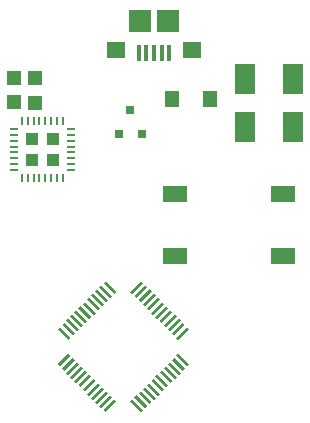
<source format=gbr>
G04 #@! TF.FileFunction,Paste,Top*
%FSLAX46Y46*%
G04 Gerber Fmt 4.6, Leading zero omitted, Abs format (unit mm)*
G04 Created by KiCad (PCBNEW 4.0.1-3.201512221402+6198~38~ubuntu14.04.1-stable) date Mon 04 Jan 2016 12:08:05 AM EST*
%MOMM*%
G01*
G04 APERTURE LIST*
%ADD10C,0.100000*%
%ADD11R,1.800860X2.499360*%
%ADD12R,1.198880X1.198880*%
%ADD13R,1.150620X1.399540*%
%ADD14R,0.800100X0.800100*%
%ADD15R,0.250000X0.700000*%
%ADD16R,0.700000X0.250000*%
%ADD17R,1.035000X1.035000*%
%ADD18R,0.400000X1.350000*%
%ADD19R,1.600000X1.400000*%
%ADD20R,1.900000X1.900000*%
%ADD21R,2.100000X1.400000*%
G04 APERTURE END LIST*
D10*
D11*
X138531600Y-86784180D03*
X138531600Y-82786220D03*
X134467600Y-86784180D03*
X134467600Y-82786220D03*
D12*
X114985800Y-82643980D03*
X114985800Y-84742020D03*
X116687600Y-82669380D03*
X116687600Y-84767420D03*
D13*
X131572000Y-84480400D03*
X128320800Y-84480400D03*
D10*
G36*
X118814311Y-107089379D02*
X118637534Y-106912602D01*
X119556773Y-105993363D01*
X119733550Y-106170140D01*
X118814311Y-107089379D01*
X118814311Y-107089379D01*
G37*
G36*
X119167864Y-107442932D02*
X118991087Y-107266155D01*
X119910326Y-106346916D01*
X120087103Y-106523693D01*
X119167864Y-107442932D01*
X119167864Y-107442932D01*
G37*
G36*
X119521418Y-107796486D02*
X119344641Y-107619709D01*
X120263880Y-106700470D01*
X120440657Y-106877247D01*
X119521418Y-107796486D01*
X119521418Y-107796486D01*
G37*
G36*
X119874971Y-108150039D02*
X119698194Y-107973262D01*
X120617433Y-107054023D01*
X120794210Y-107230800D01*
X119874971Y-108150039D01*
X119874971Y-108150039D01*
G37*
G36*
X120228524Y-108503592D02*
X120051747Y-108326815D01*
X120970986Y-107407576D01*
X121147763Y-107584353D01*
X120228524Y-108503592D01*
X120228524Y-108503592D01*
G37*
G36*
X120582078Y-108857146D02*
X120405301Y-108680369D01*
X121324540Y-107761130D01*
X121501317Y-107937907D01*
X120582078Y-108857146D01*
X120582078Y-108857146D01*
G37*
G36*
X120935631Y-109210699D02*
X120758854Y-109033922D01*
X121678093Y-108114683D01*
X121854870Y-108291460D01*
X120935631Y-109210699D01*
X120935631Y-109210699D01*
G37*
G36*
X121289185Y-109564253D02*
X121112408Y-109387476D01*
X122031647Y-108468237D01*
X122208424Y-108645014D01*
X121289185Y-109564253D01*
X121289185Y-109564253D01*
G37*
G36*
X121642738Y-109917806D02*
X121465961Y-109741029D01*
X122385200Y-108821790D01*
X122561977Y-108998567D01*
X121642738Y-109917806D01*
X121642738Y-109917806D01*
G37*
G36*
X121996291Y-110271359D02*
X121819514Y-110094582D01*
X122738753Y-109175343D01*
X122915530Y-109352120D01*
X121996291Y-110271359D01*
X121996291Y-110271359D01*
G37*
G36*
X122349845Y-110624913D02*
X122173068Y-110448136D01*
X123092307Y-109528897D01*
X123269084Y-109705674D01*
X122349845Y-110624913D01*
X122349845Y-110624913D01*
G37*
G36*
X122703398Y-110978466D02*
X122526621Y-110801689D01*
X123445860Y-109882450D01*
X123622637Y-110059227D01*
X122703398Y-110978466D01*
X122703398Y-110978466D01*
G37*
G36*
X125885379Y-110801689D02*
X125708602Y-110978466D01*
X124789363Y-110059227D01*
X124966140Y-109882450D01*
X125885379Y-110801689D01*
X125885379Y-110801689D01*
G37*
G36*
X126238932Y-110448136D02*
X126062155Y-110624913D01*
X125142916Y-109705674D01*
X125319693Y-109528897D01*
X126238932Y-110448136D01*
X126238932Y-110448136D01*
G37*
G36*
X126592486Y-110094582D02*
X126415709Y-110271359D01*
X125496470Y-109352120D01*
X125673247Y-109175343D01*
X126592486Y-110094582D01*
X126592486Y-110094582D01*
G37*
G36*
X126946039Y-109741029D02*
X126769262Y-109917806D01*
X125850023Y-108998567D01*
X126026800Y-108821790D01*
X126946039Y-109741029D01*
X126946039Y-109741029D01*
G37*
G36*
X127299592Y-109387476D02*
X127122815Y-109564253D01*
X126203576Y-108645014D01*
X126380353Y-108468237D01*
X127299592Y-109387476D01*
X127299592Y-109387476D01*
G37*
G36*
X127653146Y-109033922D02*
X127476369Y-109210699D01*
X126557130Y-108291460D01*
X126733907Y-108114683D01*
X127653146Y-109033922D01*
X127653146Y-109033922D01*
G37*
G36*
X128006699Y-108680369D02*
X127829922Y-108857146D01*
X126910683Y-107937907D01*
X127087460Y-107761130D01*
X128006699Y-108680369D01*
X128006699Y-108680369D01*
G37*
G36*
X128360253Y-108326815D02*
X128183476Y-108503592D01*
X127264237Y-107584353D01*
X127441014Y-107407576D01*
X128360253Y-108326815D01*
X128360253Y-108326815D01*
G37*
G36*
X128713806Y-107973262D02*
X128537029Y-108150039D01*
X127617790Y-107230800D01*
X127794567Y-107054023D01*
X128713806Y-107973262D01*
X128713806Y-107973262D01*
G37*
G36*
X129067359Y-107619709D02*
X128890582Y-107796486D01*
X127971343Y-106877247D01*
X128148120Y-106700470D01*
X129067359Y-107619709D01*
X129067359Y-107619709D01*
G37*
G36*
X129420913Y-107266155D02*
X129244136Y-107442932D01*
X128324897Y-106523693D01*
X128501674Y-106346916D01*
X129420913Y-107266155D01*
X129420913Y-107266155D01*
G37*
G36*
X129774466Y-106912602D02*
X129597689Y-107089379D01*
X128678450Y-106170140D01*
X128855227Y-105993363D01*
X129774466Y-106912602D01*
X129774466Y-106912602D01*
G37*
G36*
X128855227Y-104826637D02*
X128678450Y-104649860D01*
X129597689Y-103730621D01*
X129774466Y-103907398D01*
X128855227Y-104826637D01*
X128855227Y-104826637D01*
G37*
G36*
X128501674Y-104473084D02*
X128324897Y-104296307D01*
X129244136Y-103377068D01*
X129420913Y-103553845D01*
X128501674Y-104473084D01*
X128501674Y-104473084D01*
G37*
G36*
X128148120Y-104119530D02*
X127971343Y-103942753D01*
X128890582Y-103023514D01*
X129067359Y-103200291D01*
X128148120Y-104119530D01*
X128148120Y-104119530D01*
G37*
G36*
X127794567Y-103765977D02*
X127617790Y-103589200D01*
X128537029Y-102669961D01*
X128713806Y-102846738D01*
X127794567Y-103765977D01*
X127794567Y-103765977D01*
G37*
G36*
X127441014Y-103412424D02*
X127264237Y-103235647D01*
X128183476Y-102316408D01*
X128360253Y-102493185D01*
X127441014Y-103412424D01*
X127441014Y-103412424D01*
G37*
G36*
X127087460Y-103058870D02*
X126910683Y-102882093D01*
X127829922Y-101962854D01*
X128006699Y-102139631D01*
X127087460Y-103058870D01*
X127087460Y-103058870D01*
G37*
G36*
X126733907Y-102705317D02*
X126557130Y-102528540D01*
X127476369Y-101609301D01*
X127653146Y-101786078D01*
X126733907Y-102705317D01*
X126733907Y-102705317D01*
G37*
G36*
X126380353Y-102351763D02*
X126203576Y-102174986D01*
X127122815Y-101255747D01*
X127299592Y-101432524D01*
X126380353Y-102351763D01*
X126380353Y-102351763D01*
G37*
G36*
X126026800Y-101998210D02*
X125850023Y-101821433D01*
X126769262Y-100902194D01*
X126946039Y-101078971D01*
X126026800Y-101998210D01*
X126026800Y-101998210D01*
G37*
G36*
X125673247Y-101644657D02*
X125496470Y-101467880D01*
X126415709Y-100548641D01*
X126592486Y-100725418D01*
X125673247Y-101644657D01*
X125673247Y-101644657D01*
G37*
G36*
X125319693Y-101291103D02*
X125142916Y-101114326D01*
X126062155Y-100195087D01*
X126238932Y-100371864D01*
X125319693Y-101291103D01*
X125319693Y-101291103D01*
G37*
G36*
X124966140Y-100937550D02*
X124789363Y-100760773D01*
X125708602Y-99841534D01*
X125885379Y-100018311D01*
X124966140Y-100937550D01*
X124966140Y-100937550D01*
G37*
G36*
X123622637Y-100760773D02*
X123445860Y-100937550D01*
X122526621Y-100018311D01*
X122703398Y-99841534D01*
X123622637Y-100760773D01*
X123622637Y-100760773D01*
G37*
G36*
X123269084Y-101114326D02*
X123092307Y-101291103D01*
X122173068Y-100371864D01*
X122349845Y-100195087D01*
X123269084Y-101114326D01*
X123269084Y-101114326D01*
G37*
G36*
X122915530Y-101467880D02*
X122738753Y-101644657D01*
X121819514Y-100725418D01*
X121996291Y-100548641D01*
X122915530Y-101467880D01*
X122915530Y-101467880D01*
G37*
G36*
X122561977Y-101821433D02*
X122385200Y-101998210D01*
X121465961Y-101078971D01*
X121642738Y-100902194D01*
X122561977Y-101821433D01*
X122561977Y-101821433D01*
G37*
G36*
X122208424Y-102174986D02*
X122031647Y-102351763D01*
X121112408Y-101432524D01*
X121289185Y-101255747D01*
X122208424Y-102174986D01*
X122208424Y-102174986D01*
G37*
G36*
X121854870Y-102528540D02*
X121678093Y-102705317D01*
X120758854Y-101786078D01*
X120935631Y-101609301D01*
X121854870Y-102528540D01*
X121854870Y-102528540D01*
G37*
G36*
X121501317Y-102882093D02*
X121324540Y-103058870D01*
X120405301Y-102139631D01*
X120582078Y-101962854D01*
X121501317Y-102882093D01*
X121501317Y-102882093D01*
G37*
G36*
X121147763Y-103235647D02*
X120970986Y-103412424D01*
X120051747Y-102493185D01*
X120228524Y-102316408D01*
X121147763Y-103235647D01*
X121147763Y-103235647D01*
G37*
G36*
X120794210Y-103589200D02*
X120617433Y-103765977D01*
X119698194Y-102846738D01*
X119874971Y-102669961D01*
X120794210Y-103589200D01*
X120794210Y-103589200D01*
G37*
G36*
X120440657Y-103942753D02*
X120263880Y-104119530D01*
X119344641Y-103200291D01*
X119521418Y-103023514D01*
X120440657Y-103942753D01*
X120440657Y-103942753D01*
G37*
G36*
X120087103Y-104296307D02*
X119910326Y-104473084D01*
X118991087Y-103553845D01*
X119167864Y-103377068D01*
X120087103Y-104296307D01*
X120087103Y-104296307D01*
G37*
G36*
X119733550Y-104649860D02*
X119556773Y-104826637D01*
X118637534Y-103907398D01*
X118814311Y-103730621D01*
X119733550Y-104649860D01*
X119733550Y-104649860D01*
G37*
D14*
X123840200Y-87411560D03*
X125740200Y-87411560D03*
X124790200Y-85412580D03*
D15*
X115598000Y-91122200D03*
X116098000Y-91122200D03*
X116598000Y-91122200D03*
X117098000Y-91122200D03*
X117598000Y-91122200D03*
X118098000Y-91122200D03*
X118598000Y-91122200D03*
X119098000Y-91122200D03*
D16*
X119748000Y-90472200D03*
X119748000Y-89972200D03*
X119748000Y-89472200D03*
X119748000Y-88972200D03*
X119748000Y-88472200D03*
X119748000Y-87972200D03*
X119748000Y-87472200D03*
X119748000Y-86972200D03*
D15*
X119098000Y-86322200D03*
X118598000Y-86322200D03*
X118098000Y-86322200D03*
X117598000Y-86322200D03*
X117098000Y-86322200D03*
X116598000Y-86322200D03*
X116098000Y-86322200D03*
X115598000Y-86322200D03*
D16*
X114948000Y-86972200D03*
X114948000Y-87472200D03*
X114948000Y-87972200D03*
X114948000Y-88472200D03*
X114948000Y-88972200D03*
X114948000Y-89472200D03*
X114948000Y-89972200D03*
X114948000Y-90472200D03*
D17*
X118210500Y-87859700D03*
X116485500Y-87859700D03*
X118210500Y-89584700D03*
X116485500Y-89584700D03*
D18*
X126796800Y-80551400D03*
X126146800Y-80551400D03*
X125496800Y-80551400D03*
X127446800Y-80551400D03*
X128096800Y-80551400D03*
D19*
X129996800Y-80326400D03*
X123596800Y-80326400D03*
D20*
X127996800Y-77876400D03*
X125596800Y-77876400D03*
D21*
X128612800Y-92510300D03*
X137712800Y-92510300D03*
X128612800Y-97710300D03*
X137712800Y-97710300D03*
M02*

</source>
